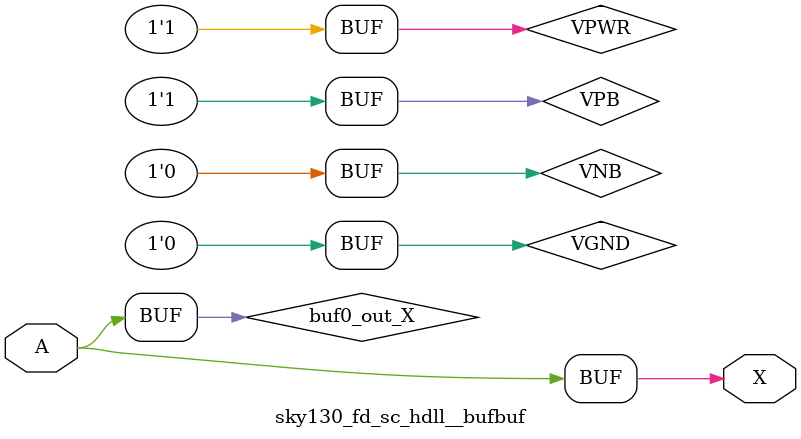
<source format=v>
/*
 * Copyright 2020 The SkyWater PDK Authors
 *
 * Licensed under the Apache License, Version 2.0 (the "License");
 * you may not use this file except in compliance with the License.
 * You may obtain a copy of the License at
 *
 *     https://www.apache.org/licenses/LICENSE-2.0
 *
 * Unless required by applicable law or agreed to in writing, software
 * distributed under the License is distributed on an "AS IS" BASIS,
 * WITHOUT WARRANTIES OR CONDITIONS OF ANY KIND, either express or implied.
 * See the License for the specific language governing permissions and
 * limitations under the License.
 *
 * SPDX-License-Identifier: Apache-2.0
*/


`ifndef SKY130_FD_SC_HDLL__BUFBUF_BEHAVIORAL_V
`define SKY130_FD_SC_HDLL__BUFBUF_BEHAVIORAL_V

/**
 * bufbuf: Double buffer.
 *
 * Verilog simulation functional model.
 */

`timescale 1ns / 1ps
`default_nettype none

`celldefine
module sky130_fd_sc_hdll__bufbuf (
    X,
    A
);

    // Module ports
    output X;
    input  A;

    // Module supplies
    supply1 VPWR;
    supply0 VGND;
    supply1 VPB ;
    supply0 VNB ;

    // Local signals
    wire buf0_out_X;

    //  Name  Output      Other arguments
    buf buf0 (buf0_out_X, A              );
    buf buf1 (X         , buf0_out_X     );

endmodule
`endcelldefine

`default_nettype wire
`endif  // SKY130_FD_SC_HDLL__BUFBUF_BEHAVIORAL_V
</source>
